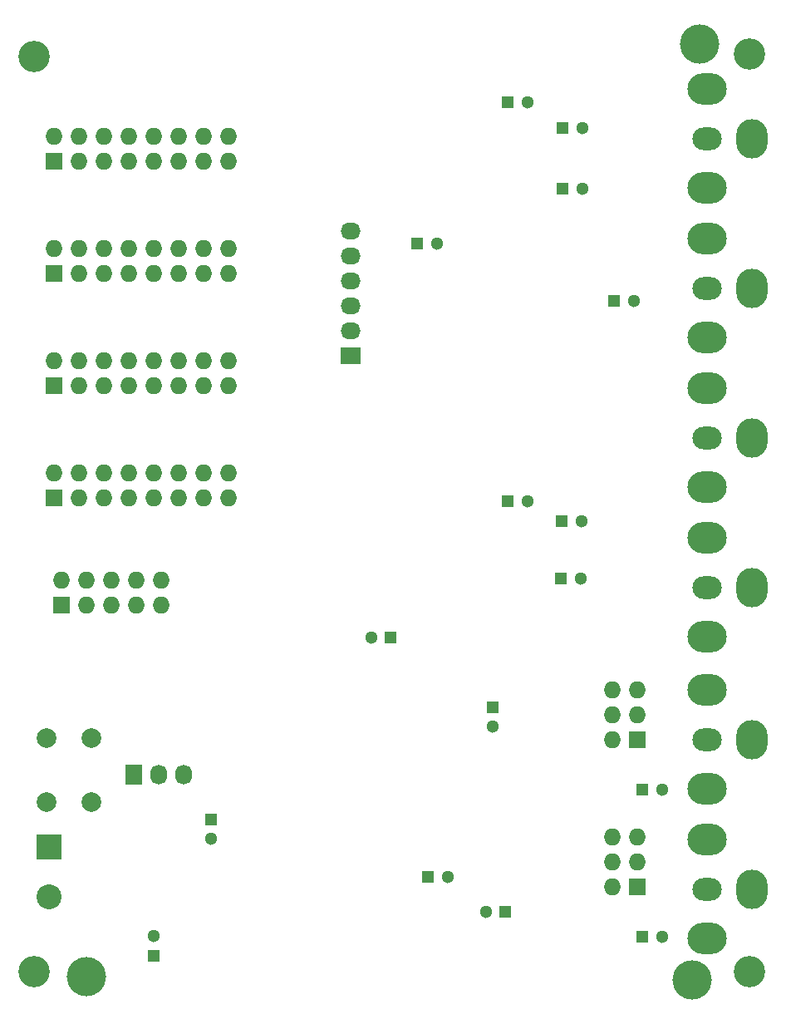
<source format=gbs>
G04 #@! TF.FileFunction,Soldermask,Bot*
%FSLAX46Y46*%
G04 Gerber Fmt 4.6, Leading zero omitted, Abs format (unit mm)*
G04 Created by KiCad (PCBNEW 4.0.7-e1-6374~58~ubuntu16.04.1) date Mon Aug 21 17:43:10 2017*
%MOMM*%
%LPD*%
G01*
G04 APERTURE LIST*
%ADD10C,0.100000*%
%ADD11R,1.727200X1.727200*%
%ADD12O,1.727200X1.727200*%
%ADD13R,1.300000X1.300000*%
%ADD14C,1.300000*%
%ADD15O,4.000000X3.200000*%
%ADD16O,3.200000X4.000000*%
%ADD17O,3.000000X2.300000*%
%ADD18R,2.540000X2.540000*%
%ADD19C,2.540000*%
%ADD20R,2.032000X1.727200*%
%ADD21O,2.032000X1.727200*%
%ADD22R,1.727200X2.032000*%
%ADD23O,1.727200X2.032000*%
%ADD24C,2.000000*%
%ADD25C,3.200000*%
%ADD26C,4.000000*%
G04 APERTURE END LIST*
D10*
D11*
X69850000Y-117348000D03*
D12*
X69850000Y-114808000D03*
X72390000Y-117348000D03*
X72390000Y-114808000D03*
X74930000Y-117348000D03*
X74930000Y-114808000D03*
X77470000Y-117348000D03*
X77470000Y-114808000D03*
X80010000Y-117348000D03*
X80010000Y-114808000D03*
D13*
X120713500Y-114681000D03*
D14*
X122713500Y-114681000D03*
D13*
X120777000Y-108839000D03*
D14*
X122777000Y-108839000D03*
D13*
X120904000Y-74930000D03*
D14*
X122904000Y-74930000D03*
D13*
X120904000Y-68770500D03*
D14*
X122904000Y-68770500D03*
D13*
X115316000Y-106807000D03*
D14*
X117316000Y-106807000D03*
D13*
X115316000Y-66167000D03*
D14*
X117316000Y-66167000D03*
D13*
X129032000Y-151130000D03*
D14*
X131032000Y-151130000D03*
D13*
X129032000Y-136144000D03*
D14*
X131032000Y-136144000D03*
D13*
X126111000Y-86360000D03*
D14*
X128111000Y-86360000D03*
D13*
X106045000Y-80518000D03*
D14*
X108045000Y-80518000D03*
D13*
X85090000Y-139192000D03*
D14*
X85090000Y-141192000D03*
D13*
X79184500Y-153098500D03*
D14*
X79184500Y-151098500D03*
D15*
X135636000Y-141304000D03*
X135636000Y-151304000D03*
D16*
X140136000Y-146304000D03*
D17*
X135636000Y-146304000D03*
D15*
X135636000Y-126064000D03*
X135636000Y-136064000D03*
D16*
X140136000Y-131064000D03*
D17*
X135636000Y-131064000D03*
D18*
X68580000Y-141986000D03*
D19*
X68580000Y-147066000D03*
D15*
X135636000Y-110570000D03*
X135636000Y-120570000D03*
D16*
X140136000Y-115570000D03*
D17*
X135636000Y-115570000D03*
D15*
X135636000Y-95330000D03*
X135636000Y-105330000D03*
D16*
X140136000Y-100330000D03*
D17*
X135636000Y-100330000D03*
D15*
X135636000Y-80090000D03*
X135636000Y-90090000D03*
D16*
X140136000Y-85090000D03*
D17*
X135636000Y-85090000D03*
D15*
X135636000Y-64850000D03*
X135636000Y-74850000D03*
D16*
X140136000Y-69850000D03*
D17*
X135636000Y-69850000D03*
D20*
X99314000Y-91948000D03*
D21*
X99314000Y-89408000D03*
X99314000Y-86868000D03*
X99314000Y-84328000D03*
X99314000Y-81788000D03*
X99314000Y-79248000D03*
D22*
X77216000Y-134620000D03*
D23*
X79756000Y-134620000D03*
X82296000Y-134620000D03*
D11*
X69088000Y-106426000D03*
D12*
X69088000Y-103886000D03*
X71628000Y-106426000D03*
X71628000Y-103886000D03*
X74168000Y-106426000D03*
X74168000Y-103886000D03*
X76708000Y-106426000D03*
X76708000Y-103886000D03*
X79248000Y-106426000D03*
X79248000Y-103886000D03*
X81788000Y-106426000D03*
X81788000Y-103886000D03*
X84328000Y-106426000D03*
X84328000Y-103886000D03*
X86868000Y-106426000D03*
X86868000Y-103886000D03*
D11*
X69088000Y-94996000D03*
D12*
X69088000Y-92456000D03*
X71628000Y-94996000D03*
X71628000Y-92456000D03*
X74168000Y-94996000D03*
X74168000Y-92456000D03*
X76708000Y-94996000D03*
X76708000Y-92456000D03*
X79248000Y-94996000D03*
X79248000Y-92456000D03*
X81788000Y-94996000D03*
X81788000Y-92456000D03*
X84328000Y-94996000D03*
X84328000Y-92456000D03*
X86868000Y-94996000D03*
X86868000Y-92456000D03*
D11*
X69088000Y-83566000D03*
D12*
X69088000Y-81026000D03*
X71628000Y-83566000D03*
X71628000Y-81026000D03*
X74168000Y-83566000D03*
X74168000Y-81026000D03*
X76708000Y-83566000D03*
X76708000Y-81026000D03*
X79248000Y-83566000D03*
X79248000Y-81026000D03*
X81788000Y-83566000D03*
X81788000Y-81026000D03*
X84328000Y-83566000D03*
X84328000Y-81026000D03*
X86868000Y-83566000D03*
X86868000Y-81026000D03*
D11*
X69088000Y-72136000D03*
D12*
X69088000Y-69596000D03*
X71628000Y-72136000D03*
X71628000Y-69596000D03*
X74168000Y-72136000D03*
X74168000Y-69596000D03*
X76708000Y-72136000D03*
X76708000Y-69596000D03*
X79248000Y-72136000D03*
X79248000Y-69596000D03*
X81788000Y-72136000D03*
X81788000Y-69596000D03*
X84328000Y-72136000D03*
X84328000Y-69596000D03*
X86868000Y-72136000D03*
X86868000Y-69596000D03*
D11*
X128524000Y-146050000D03*
D12*
X125984000Y-146050000D03*
X128524000Y-143510000D03*
X125984000Y-143510000D03*
X128524000Y-140970000D03*
X125984000Y-140970000D03*
D11*
X128524000Y-131064000D03*
D12*
X125984000Y-131064000D03*
X128524000Y-128524000D03*
X125984000Y-128524000D03*
X128524000Y-125984000D03*
X125984000Y-125984000D03*
D24*
X72826000Y-137414000D03*
X68326000Y-137414000D03*
X72826000Y-130914000D03*
X68326000Y-130914000D03*
D13*
X113792000Y-127762000D03*
D14*
X113792000Y-129762000D03*
D13*
X103378000Y-120650000D03*
D14*
X101378000Y-120650000D03*
D13*
X115062000Y-148590000D03*
D14*
X113062000Y-148590000D03*
D13*
X107188000Y-145034000D03*
D14*
X109188000Y-145034000D03*
D25*
X67056000Y-61468000D03*
X139954000Y-61214000D03*
X139954000Y-154686000D03*
X67056000Y-154686000D03*
D26*
X134112000Y-155575000D03*
X72390000Y-155194000D03*
X134874000Y-60198000D03*
M02*

</source>
